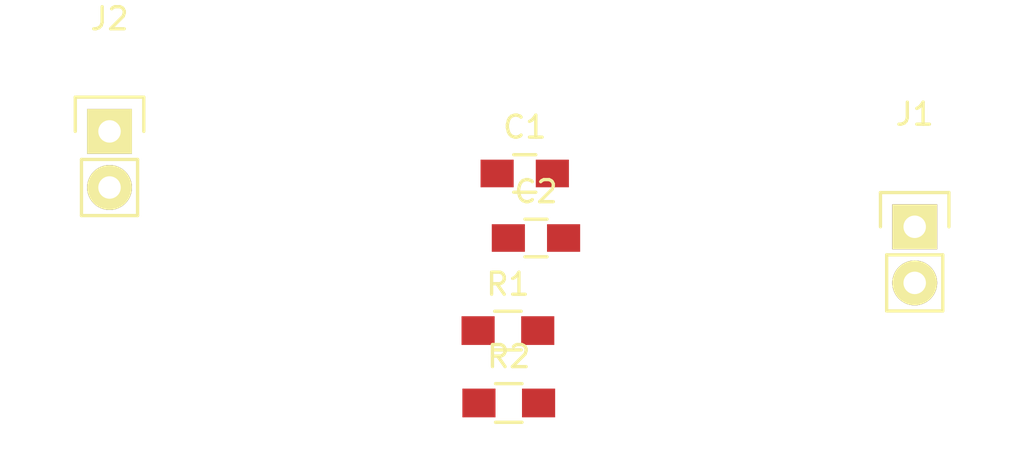
<source format=kicad_pcb>
(kicad_pcb (version 4) (host pcbnew 4.0.6+dfsg1-1)

  (general
    (links 7)
    (no_connects 7)
    (area 0 0 0 0)
    (thickness 1.6)
    (drawings 0)
    (tracks 0)
    (zones 0)
    (modules 6)
    (nets 6)
  )

  (page A4)
  (layers
    (0 F.Cu signal)
    (31 B.Cu signal)
    (32 B.Adhes user)
    (33 F.Adhes user)
    (34 B.Paste user)
    (35 F.Paste user)
    (36 B.SilkS user)
    (37 F.SilkS user)
    (38 B.Mask user)
    (39 F.Mask user)
    (40 Dwgs.User user)
    (41 Cmts.User user)
    (42 Eco1.User user)
    (43 Eco2.User user)
    (44 Edge.Cuts user)
    (45 Margin user)
    (46 B.CrtYd user)
    (47 F.CrtYd user)
    (48 B.Fab user)
    (49 F.Fab user)
  )

  (setup
    (last_trace_width 0.25)
    (trace_clearance 0.2)
    (zone_clearance 0.508)
    (zone_45_only no)
    (trace_min 0.2)
    (segment_width 0.2)
    (edge_width 0.1)
    (via_size 0.6)
    (via_drill 0.4)
    (via_min_size 0.4)
    (via_min_drill 0.3)
    (uvia_size 0.3)
    (uvia_drill 0.1)
    (uvias_allowed no)
    (uvia_min_size 0.2)
    (uvia_min_drill 0.1)
    (pcb_text_width 0.3)
    (pcb_text_size 1.5 1.5)
    (mod_edge_width 0.15)
    (mod_text_size 1 1)
    (mod_text_width 0.15)
    (pad_size 1.5 1.5)
    (pad_drill 0.6)
    (pad_to_mask_clearance 0)
    (aux_axis_origin 0 0)
    (visible_elements FFFFFF7F)
    (pcbplotparams
      (layerselection 0x00030_80000001)
      (usegerberextensions false)
      (excludeedgelayer true)
      (linewidth 0.100000)
      (plotframeref false)
      (viasonmask false)
      (mode 1)
      (useauxorigin false)
      (hpglpennumber 1)
      (hpglpenspeed 20)
      (hpglpendiameter 15)
      (hpglpenoverlay 2)
      (psnegative false)
      (psa4output false)
      (plotreference true)
      (plotvalue true)
      (plotinvisibletext false)
      (padsonsilk false)
      (subtractmaskfromsilk false)
      (outputformat 1)
      (mirror false)
      (drillshape 1)
      (scaleselection 1)
      (outputdirectory ""))
  )

  (net 0 "")
  (net 1 /rc/Out)
  (net 2 /rc2/Out)
  (net 3 /rc/In)
  (net 4 /rc2/In)
  (net 5 GND)

  (net_class Default "This is the default net class."
    (clearance 0.2)
    (trace_width 0.25)
    (via_dia 0.6)
    (via_drill 0.4)
    (uvia_dia 0.3)
    (uvia_drill 0.1)
    (add_net /rc/In)
    (add_net /rc/Out)
    (add_net /rc2/In)
    (add_net /rc2/Out)
    (add_net GND)
  )

  (module Capacitors_SMD:C_0805_HandSoldering (layer F.Cu) (tedit 541A9B8D) (tstamp 59BE6932)
    (at 149.225 94.615)
    (descr "Capacitor SMD 0805, hand soldering")
    (tags "capacitor 0805")
    (path /5932F1E3/5932F0A8)
    (attr smd)
    (fp_text reference C1 (at 0 -2.1) (layer F.SilkS)
      (effects (font (size 1 1) (thickness 0.15)))
    )
    (fp_text value C (at 0 2.1) (layer F.Fab)
      (effects (font (size 1 1) (thickness 0.15)))
    )
    (fp_line (start -2.3 -1) (end 2.3 -1) (layer F.CrtYd) (width 0.05))
    (fp_line (start -2.3 1) (end 2.3 1) (layer F.CrtYd) (width 0.05))
    (fp_line (start -2.3 -1) (end -2.3 1) (layer F.CrtYd) (width 0.05))
    (fp_line (start 2.3 -1) (end 2.3 1) (layer F.CrtYd) (width 0.05))
    (fp_line (start 0.5 -0.85) (end -0.5 -0.85) (layer F.SilkS) (width 0.15))
    (fp_line (start -0.5 0.85) (end 0.5 0.85) (layer F.SilkS) (width 0.15))
    (pad 1 smd rect (at -1.25 0) (size 1.5 1.25) (layers F.Cu F.Paste F.Mask)
      (net 1 /rc/Out))
    (pad 2 smd rect (at 1.25 0) (size 1.5 1.25) (layers F.Cu F.Paste F.Mask)
      (net 5 GND))
    (model Capacitors_SMD.3dshapes/C_0805_HandSoldering.wrl
      (at (xyz 0 0 0))
      (scale (xyz 1 1 1))
      (rotate (xyz 0 0 0))
    )
  )

  (module Capacitors_SMD:C_0805_HandSoldering (layer F.Cu) (tedit 541A9B8D) (tstamp 59BE693E)
    (at 149.733 97.536)
    (descr "Capacitor SMD 0805, hand soldering")
    (tags "capacitor 0805")
    (path /5932F205/5932F0A8)
    (attr smd)
    (fp_text reference C2 (at 0 -2.1) (layer F.SilkS)
      (effects (font (size 1 1) (thickness 0.15)))
    )
    (fp_text value C (at 0 2.1) (layer F.Fab)
      (effects (font (size 1 1) (thickness 0.15)))
    )
    (fp_line (start -2.3 -1) (end 2.3 -1) (layer F.CrtYd) (width 0.05))
    (fp_line (start -2.3 1) (end 2.3 1) (layer F.CrtYd) (width 0.05))
    (fp_line (start -2.3 -1) (end -2.3 1) (layer F.CrtYd) (width 0.05))
    (fp_line (start 2.3 -1) (end 2.3 1) (layer F.CrtYd) (width 0.05))
    (fp_line (start 0.5 -0.85) (end -0.5 -0.85) (layer F.SilkS) (width 0.15))
    (fp_line (start -0.5 0.85) (end 0.5 0.85) (layer F.SilkS) (width 0.15))
    (pad 1 smd rect (at -1.25 0) (size 1.5 1.25) (layers F.Cu F.Paste F.Mask)
      (net 2 /rc2/Out))
    (pad 2 smd rect (at 1.25 0) (size 1.5 1.25) (layers F.Cu F.Paste F.Mask)
      (net 5 GND))
    (model Capacitors_SMD.3dshapes/C_0805_HandSoldering.wrl
      (at (xyz 0 0 0))
      (scale (xyz 1 1 1))
      (rotate (xyz 0 0 0))
    )
  )

  (module Pin_Headers:Pin_Header_Straight_1x02 (layer F.Cu) (tedit 54EA090C) (tstamp 59BE6944)
    (at 166.878 97.028)
    (descr "Through hole pin header")
    (tags "pin header")
    (path /59BE5A8A)
    (fp_text reference J1 (at 0 -5.1) (layer F.SilkS)
      (effects (font (size 1 1) (thickness 0.15)))
    )
    (fp_text value CONN_01X02 (at 0 -3.1) (layer F.Fab)
      (effects (font (size 1 1) (thickness 0.15)))
    )
    (fp_line (start 1.27 1.27) (end 1.27 3.81) (layer F.SilkS) (width 0.15))
    (fp_line (start 1.55 -1.55) (end 1.55 0) (layer F.SilkS) (width 0.15))
    (fp_line (start -1.75 -1.75) (end -1.75 4.3) (layer F.CrtYd) (width 0.05))
    (fp_line (start 1.75 -1.75) (end 1.75 4.3) (layer F.CrtYd) (width 0.05))
    (fp_line (start -1.75 -1.75) (end 1.75 -1.75) (layer F.CrtYd) (width 0.05))
    (fp_line (start -1.75 4.3) (end 1.75 4.3) (layer F.CrtYd) (width 0.05))
    (fp_line (start 1.27 1.27) (end -1.27 1.27) (layer F.SilkS) (width 0.15))
    (fp_line (start -1.55 0) (end -1.55 -1.55) (layer F.SilkS) (width 0.15))
    (fp_line (start -1.55 -1.55) (end 1.55 -1.55) (layer F.SilkS) (width 0.15))
    (fp_line (start -1.27 1.27) (end -1.27 3.81) (layer F.SilkS) (width 0.15))
    (fp_line (start -1.27 3.81) (end 1.27 3.81) (layer F.SilkS) (width 0.15))
    (pad 1 thru_hole rect (at 0 0) (size 2.032 2.032) (drill 1.016) (layers *.Cu *.Mask F.SilkS)
      (net 3 /rc/In))
    (pad 2 thru_hole oval (at 0 2.54) (size 2.032 2.032) (drill 1.016) (layers *.Cu *.Mask F.SilkS)
      (net 4 /rc2/In))
    (model Pin_Headers.3dshapes/Pin_Header_Straight_1x02.wrl
      (at (xyz 0 -0.05 0))
      (scale (xyz 1 1 1))
      (rotate (xyz 0 0 90))
    )
  )

  (module Pin_Headers:Pin_Header_Straight_1x02 (layer F.Cu) (tedit 54EA090C) (tstamp 59BE694A)
    (at 130.429 92.71)
    (descr "Through hole pin header")
    (tags "pin header")
    (path /59BE5A02)
    (fp_text reference J2 (at 0 -5.1) (layer F.SilkS)
      (effects (font (size 1 1) (thickness 0.15)))
    )
    (fp_text value CONN_01X02 (at 0 -3.1) (layer F.Fab)
      (effects (font (size 1 1) (thickness 0.15)))
    )
    (fp_line (start 1.27 1.27) (end 1.27 3.81) (layer F.SilkS) (width 0.15))
    (fp_line (start 1.55 -1.55) (end 1.55 0) (layer F.SilkS) (width 0.15))
    (fp_line (start -1.75 -1.75) (end -1.75 4.3) (layer F.CrtYd) (width 0.05))
    (fp_line (start 1.75 -1.75) (end 1.75 4.3) (layer F.CrtYd) (width 0.05))
    (fp_line (start -1.75 -1.75) (end 1.75 -1.75) (layer F.CrtYd) (width 0.05))
    (fp_line (start -1.75 4.3) (end 1.75 4.3) (layer F.CrtYd) (width 0.05))
    (fp_line (start 1.27 1.27) (end -1.27 1.27) (layer F.SilkS) (width 0.15))
    (fp_line (start -1.55 0) (end -1.55 -1.55) (layer F.SilkS) (width 0.15))
    (fp_line (start -1.55 -1.55) (end 1.55 -1.55) (layer F.SilkS) (width 0.15))
    (fp_line (start -1.27 1.27) (end -1.27 3.81) (layer F.SilkS) (width 0.15))
    (fp_line (start -1.27 3.81) (end 1.27 3.81) (layer F.SilkS) (width 0.15))
    (pad 1 thru_hole rect (at 0 0) (size 2.032 2.032) (drill 1.016) (layers *.Cu *.Mask F.SilkS)
      (net 1 /rc/Out))
    (pad 2 thru_hole oval (at 0 2.54) (size 2.032 2.032) (drill 1.016) (layers *.Cu *.Mask F.SilkS)
      (net 2 /rc2/Out))
    (model Pin_Headers.3dshapes/Pin_Header_Straight_1x02.wrl
      (at (xyz 0 -0.05 0))
      (scale (xyz 1 1 1))
      (rotate (xyz 0 0 90))
    )
  )

  (module Resistors_SMD:R_0805_HandSoldering (layer F.Cu) (tedit 54189DEE) (tstamp 59BE6956)
    (at 148.463 101.727)
    (descr "Resistor SMD 0805, hand soldering")
    (tags "resistor 0805")
    (path /5932F1E3/5932F03B)
    (attr smd)
    (fp_text reference R1 (at 0 -2.1) (layer F.SilkS)
      (effects (font (size 1 1) (thickness 0.15)))
    )
    (fp_text value R (at 0 2.1) (layer F.Fab)
      (effects (font (size 1 1) (thickness 0.15)))
    )
    (fp_line (start -2.4 -1) (end 2.4 -1) (layer F.CrtYd) (width 0.05))
    (fp_line (start -2.4 1) (end 2.4 1) (layer F.CrtYd) (width 0.05))
    (fp_line (start -2.4 -1) (end -2.4 1) (layer F.CrtYd) (width 0.05))
    (fp_line (start 2.4 -1) (end 2.4 1) (layer F.CrtYd) (width 0.05))
    (fp_line (start 0.6 0.875) (end -0.6 0.875) (layer F.SilkS) (width 0.15))
    (fp_line (start -0.6 -0.875) (end 0.6 -0.875) (layer F.SilkS) (width 0.15))
    (pad 1 smd rect (at -1.35 0) (size 1.5 1.3) (layers F.Cu F.Paste F.Mask)
      (net 1 /rc/Out))
    (pad 2 smd rect (at 1.35 0) (size 1.5 1.3) (layers F.Cu F.Paste F.Mask)
      (net 3 /rc/In))
    (model Resistors_SMD.3dshapes/R_0805_HandSoldering.wrl
      (at (xyz 0 0 0))
      (scale (xyz 1 1 1))
      (rotate (xyz 0 0 0))
    )
  )

  (module Resistors_SMD:R_0805_HandSoldering (layer F.Cu) (tedit 54189DEE) (tstamp 59BE6962)
    (at 148.5011 105.0036)
    (descr "Resistor SMD 0805, hand soldering")
    (tags "resistor 0805")
    (path /5932F205/5932F03B)
    (attr smd)
    (fp_text reference R2 (at 0 -2.1) (layer F.SilkS)
      (effects (font (size 1 1) (thickness 0.15)))
    )
    (fp_text value R (at 0 2.1) (layer F.Fab)
      (effects (font (size 1 1) (thickness 0.15)))
    )
    (fp_line (start -2.4 -1) (end 2.4 -1) (layer F.CrtYd) (width 0.05))
    (fp_line (start -2.4 1) (end 2.4 1) (layer F.CrtYd) (width 0.05))
    (fp_line (start -2.4 -1) (end -2.4 1) (layer F.CrtYd) (width 0.05))
    (fp_line (start 2.4 -1) (end 2.4 1) (layer F.CrtYd) (width 0.05))
    (fp_line (start 0.6 0.875) (end -0.6 0.875) (layer F.SilkS) (width 0.15))
    (fp_line (start -0.6 -0.875) (end 0.6 -0.875) (layer F.SilkS) (width 0.15))
    (pad 1 smd rect (at -1.35 0) (size 1.5 1.3) (layers F.Cu F.Paste F.Mask)
      (net 2 /rc2/Out))
    (pad 2 smd rect (at 1.35 0) (size 1.5 1.3) (layers F.Cu F.Paste F.Mask)
      (net 4 /rc2/In))
    (model Resistors_SMD.3dshapes/R_0805_HandSoldering.wrl
      (at (xyz 0 0 0))
      (scale (xyz 1 1 1))
      (rotate (xyz 0 0 0))
    )
  )

)

</source>
